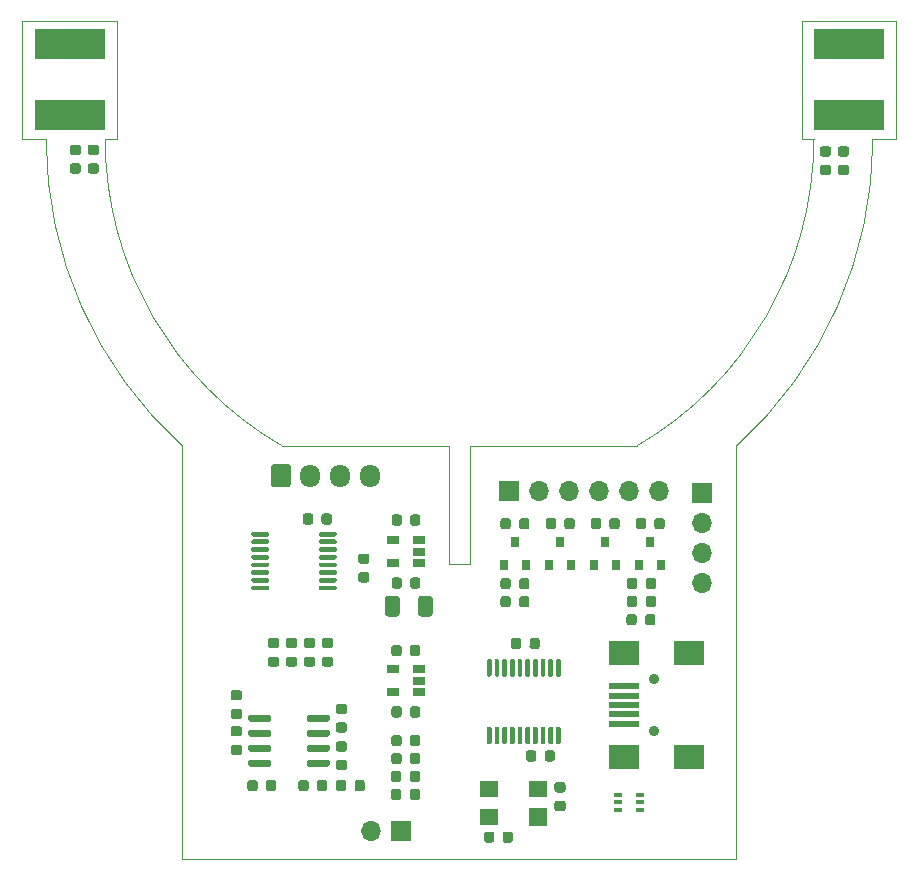
<source format=gbr>
%TF.GenerationSoftware,KiCad,Pcbnew,5.99.0-unknown-5405c09~101~ubuntu18.04.1*%
%TF.CreationDate,2020-04-21T19:36:23+03:00*%
%TF.ProjectId,Ultrasonic Flow Sensor,556c7472-6173-46f6-9e69-6320466c6f77,rev?*%
%TF.SameCoordinates,Original*%
%TF.FileFunction,Soldermask,Top*%
%TF.FilePolarity,Negative*%
%FSLAX46Y46*%
G04 Gerber Fmt 4.6, Leading zero omitted, Abs format (unit mm)*
G04 Created by KiCad (PCBNEW 5.99.0-unknown-5405c09~101~ubuntu18.04.1) date 2020-04-21 19:36:23*
%MOMM*%
%LPD*%
G01*
G04 APERTURE LIST*
%TA.AperFunction,Profile*%
%ADD10C,0.100000*%
%TD*%
%ADD11R,1.700000X1.700000*%
%ADD12O,1.700000X1.700000*%
%ADD13R,0.800000X0.900000*%
%ADD14O,1.700000X1.950000*%
%ADD15R,2.500000X2.000000*%
%ADD16R,2.500000X0.500000*%
%ADD17C,0.900000*%
%ADD18R,1.524000X1.524000*%
%ADD19R,1.600000X1.400000*%
%ADD20R,6.000000X2.500000*%
%ADD21R,1.060000X0.650000*%
%ADD22R,0.650000X0.400000*%
G04 APERTURE END LIST*
D10*
X149136991Y-69280010D02*
X147136990Y-69280010D01*
X142136990Y-69280010D02*
G75*
G02*
X127136990Y-95260771I-29999999J0D01*
G01*
X141136991Y-69280010D02*
X141136991Y-59280010D01*
X88684912Y-95260772D02*
X88684912Y-130260772D01*
X83136991Y-59280010D02*
X83136991Y-69280010D01*
X142136990Y-69280010D02*
X141136991Y-69280010D01*
X75136991Y-69280010D02*
X75136991Y-59280010D01*
X77136991Y-69280010D02*
X75136991Y-69280010D01*
X88684912Y-95260772D02*
G75*
G02*
X77136991Y-69280010I23452079J25980762D01*
G01*
X111286991Y-95260772D02*
X111286991Y-105260772D01*
X111286991Y-95260772D02*
X97136991Y-95260772D01*
X112986991Y-95260772D02*
X127136990Y-95260771D01*
X112986991Y-105260772D02*
X112986991Y-95260772D01*
X88684912Y-130260772D02*
X135589070Y-130260772D01*
X149136991Y-59280010D02*
X149136991Y-69280010D01*
X111286991Y-105260772D02*
X112986991Y-105260772D01*
X141136991Y-59280010D02*
X149136991Y-59280010D01*
X97136991Y-95260772D02*
G75*
G02*
X82136991Y-69280010I15000000J25980762D01*
G01*
X83136991Y-69280010D02*
X82136991Y-69280010D01*
X135589070Y-130260772D02*
X135589069Y-95260771D01*
X147136990Y-69280010D02*
G75*
G02*
X135589069Y-95260771I-34999999J0D01*
G01*
X75136991Y-59280010D02*
X83136991Y-59280010D01*
X149136991Y-69280010D02*
X147136990Y-69280010D01*
X142136990Y-69280010D02*
G75*
G02*
X127136990Y-95260771I-29999999J0D01*
G01*
X141136991Y-69280010D02*
X141136991Y-59280010D01*
X88684912Y-95260772D02*
X88684912Y-130260772D01*
X83136991Y-59280010D02*
X83136991Y-69280010D01*
X142136990Y-69280010D02*
X141136991Y-69280010D01*
X75136991Y-69280010D02*
X75136991Y-59280010D01*
X77136991Y-69280010D02*
X75136991Y-69280010D01*
X88684912Y-95260772D02*
G75*
G02*
X77136991Y-69280010I23452079J25980762D01*
G01*
X111286991Y-95260772D02*
X111286991Y-105260772D01*
X111286991Y-95260772D02*
X97136991Y-95260772D01*
X112986991Y-95260772D02*
X127136990Y-95260771D01*
X112986991Y-105260772D02*
X112986991Y-95260772D01*
X88684912Y-130260772D02*
X135589070Y-130260772D01*
X149136991Y-59280010D02*
X149136991Y-69280010D01*
X111286991Y-105260772D02*
X112986991Y-105260772D01*
X141136991Y-59280010D02*
X149136991Y-59280010D01*
X97136991Y-95260772D02*
G75*
G02*
X82136991Y-69280010I15000000J25980762D01*
G01*
X83136991Y-69280010D02*
X82136991Y-69280010D01*
X135589070Y-130260772D02*
X135589069Y-95260771D01*
X147136990Y-69280010D02*
G75*
G02*
X135589069Y-95260771I-34999999J0D01*
G01*
X75136991Y-59280010D02*
X83136991Y-59280010D01*
%TO.C,U1*%
G36*
G01*
X94526490Y-102824657D02*
X94526490Y-102624657D01*
G75*
G02*
X94626490Y-102524657I100000J0D01*
G01*
X95901490Y-102524657D01*
G75*
G02*
X96001490Y-102624657I0J-100000D01*
G01*
X96001490Y-102824657D01*
G75*
G02*
X95901490Y-102924657I-100000J0D01*
G01*
X94626490Y-102924657D01*
G75*
G02*
X94526490Y-102824657I0J100000D01*
G01*
G37*
G36*
G01*
X94526490Y-103474657D02*
X94526490Y-103274657D01*
G75*
G02*
X94626490Y-103174657I100000J0D01*
G01*
X95901490Y-103174657D01*
G75*
G02*
X96001490Y-103274657I0J-100000D01*
G01*
X96001490Y-103474657D01*
G75*
G02*
X95901490Y-103574657I-100000J0D01*
G01*
X94626490Y-103574657D01*
G75*
G02*
X94526490Y-103474657I0J100000D01*
G01*
G37*
G36*
G01*
X94526490Y-104124657D02*
X94526490Y-103924657D01*
G75*
G02*
X94626490Y-103824657I100000J0D01*
G01*
X95901490Y-103824657D01*
G75*
G02*
X96001490Y-103924657I0J-100000D01*
G01*
X96001490Y-104124657D01*
G75*
G02*
X95901490Y-104224657I-100000J0D01*
G01*
X94626490Y-104224657D01*
G75*
G02*
X94526490Y-104124657I0J100000D01*
G01*
G37*
G36*
G01*
X94526490Y-104774657D02*
X94526490Y-104574657D01*
G75*
G02*
X94626490Y-104474657I100000J0D01*
G01*
X95901490Y-104474657D01*
G75*
G02*
X96001490Y-104574657I0J-100000D01*
G01*
X96001490Y-104774657D01*
G75*
G02*
X95901490Y-104874657I-100000J0D01*
G01*
X94626490Y-104874657D01*
G75*
G02*
X94526490Y-104774657I0J100000D01*
G01*
G37*
G36*
G01*
X94526490Y-105424657D02*
X94526490Y-105224657D01*
G75*
G02*
X94626490Y-105124657I100000J0D01*
G01*
X95901490Y-105124657D01*
G75*
G02*
X96001490Y-105224657I0J-100000D01*
G01*
X96001490Y-105424657D01*
G75*
G02*
X95901490Y-105524657I-100000J0D01*
G01*
X94626490Y-105524657D01*
G75*
G02*
X94526490Y-105424657I0J100000D01*
G01*
G37*
G36*
G01*
X94526490Y-106074657D02*
X94526490Y-105874657D01*
G75*
G02*
X94626490Y-105774657I100000J0D01*
G01*
X95901490Y-105774657D01*
G75*
G02*
X96001490Y-105874657I0J-100000D01*
G01*
X96001490Y-106074657D01*
G75*
G02*
X95901490Y-106174657I-100000J0D01*
G01*
X94626490Y-106174657D01*
G75*
G02*
X94526490Y-106074657I0J100000D01*
G01*
G37*
G36*
G01*
X94526490Y-106724657D02*
X94526490Y-106524657D01*
G75*
G02*
X94626490Y-106424657I100000J0D01*
G01*
X95901490Y-106424657D01*
G75*
G02*
X96001490Y-106524657I0J-100000D01*
G01*
X96001490Y-106724657D01*
G75*
G02*
X95901490Y-106824657I-100000J0D01*
G01*
X94626490Y-106824657D01*
G75*
G02*
X94526490Y-106724657I0J100000D01*
G01*
G37*
G36*
G01*
X94526490Y-107374657D02*
X94526490Y-107174657D01*
G75*
G02*
X94626490Y-107074657I100000J0D01*
G01*
X95901490Y-107074657D01*
G75*
G02*
X96001490Y-107174657I0J-100000D01*
G01*
X96001490Y-107374657D01*
G75*
G02*
X95901490Y-107474657I-100000J0D01*
G01*
X94626490Y-107474657D01*
G75*
G02*
X94526490Y-107374657I0J100000D01*
G01*
G37*
G36*
G01*
X100251490Y-107374657D02*
X100251490Y-107174657D01*
G75*
G02*
X100351490Y-107074657I100000J0D01*
G01*
X101626490Y-107074657D01*
G75*
G02*
X101726490Y-107174657I0J-100000D01*
G01*
X101726490Y-107374657D01*
G75*
G02*
X101626490Y-107474657I-100000J0D01*
G01*
X100351490Y-107474657D01*
G75*
G02*
X100251490Y-107374657I0J100000D01*
G01*
G37*
G36*
G01*
X100251490Y-106724657D02*
X100251490Y-106524657D01*
G75*
G02*
X100351490Y-106424657I100000J0D01*
G01*
X101626490Y-106424657D01*
G75*
G02*
X101726490Y-106524657I0J-100000D01*
G01*
X101726490Y-106724657D01*
G75*
G02*
X101626490Y-106824657I-100000J0D01*
G01*
X100351490Y-106824657D01*
G75*
G02*
X100251490Y-106724657I0J100000D01*
G01*
G37*
G36*
G01*
X100251490Y-106074657D02*
X100251490Y-105874657D01*
G75*
G02*
X100351490Y-105774657I100000J0D01*
G01*
X101626490Y-105774657D01*
G75*
G02*
X101726490Y-105874657I0J-100000D01*
G01*
X101726490Y-106074657D01*
G75*
G02*
X101626490Y-106174657I-100000J0D01*
G01*
X100351490Y-106174657D01*
G75*
G02*
X100251490Y-106074657I0J100000D01*
G01*
G37*
G36*
G01*
X100251490Y-105424657D02*
X100251490Y-105224657D01*
G75*
G02*
X100351490Y-105124657I100000J0D01*
G01*
X101626490Y-105124657D01*
G75*
G02*
X101726490Y-105224657I0J-100000D01*
G01*
X101726490Y-105424657D01*
G75*
G02*
X101626490Y-105524657I-100000J0D01*
G01*
X100351490Y-105524657D01*
G75*
G02*
X100251490Y-105424657I0J100000D01*
G01*
G37*
G36*
G01*
X100251490Y-104774657D02*
X100251490Y-104574657D01*
G75*
G02*
X100351490Y-104474657I100000J0D01*
G01*
X101626490Y-104474657D01*
G75*
G02*
X101726490Y-104574657I0J-100000D01*
G01*
X101726490Y-104774657D01*
G75*
G02*
X101626490Y-104874657I-100000J0D01*
G01*
X100351490Y-104874657D01*
G75*
G02*
X100251490Y-104774657I0J100000D01*
G01*
G37*
G36*
G01*
X100251490Y-104124657D02*
X100251490Y-103924657D01*
G75*
G02*
X100351490Y-103824657I100000J0D01*
G01*
X101626490Y-103824657D01*
G75*
G02*
X101726490Y-103924657I0J-100000D01*
G01*
X101726490Y-104124657D01*
G75*
G02*
X101626490Y-104224657I-100000J0D01*
G01*
X100351490Y-104224657D01*
G75*
G02*
X100251490Y-104124657I0J100000D01*
G01*
G37*
G36*
G01*
X100251490Y-103474657D02*
X100251490Y-103274657D01*
G75*
G02*
X100351490Y-103174657I100000J0D01*
G01*
X101626490Y-103174657D01*
G75*
G02*
X101726490Y-103274657I0J-100000D01*
G01*
X101726490Y-103474657D01*
G75*
G02*
X101626490Y-103574657I-100000J0D01*
G01*
X100351490Y-103574657D01*
G75*
G02*
X100251490Y-103474657I0J100000D01*
G01*
G37*
G36*
G01*
X100251490Y-102824657D02*
X100251490Y-102624657D01*
G75*
G02*
X100351490Y-102524657I100000J0D01*
G01*
X101626490Y-102524657D01*
G75*
G02*
X101726490Y-102624657I0J-100000D01*
G01*
X101726490Y-102824657D01*
G75*
G02*
X101626490Y-102924657I-100000J0D01*
G01*
X100351490Y-102924657D01*
G75*
G02*
X100251490Y-102824657I0J100000D01*
G01*
G37*
%TD*%
%TO.C,C8*%
G36*
G01*
X120387740Y-123723771D02*
X120900240Y-123723771D01*
G75*
G02*
X121118990Y-123942521I0J-218750D01*
G01*
X121118990Y-124380021D01*
G75*
G02*
X120900240Y-124598771I-218750J0D01*
G01*
X120387740Y-124598771D01*
G75*
G02*
X120168990Y-124380021I0J218750D01*
G01*
X120168990Y-123942521D01*
G75*
G02*
X120387740Y-123723771I218750J0D01*
G01*
G37*
G36*
G01*
X120387740Y-125298771D02*
X120900240Y-125298771D01*
G75*
G02*
X121118990Y-125517521I0J-218750D01*
G01*
X121118990Y-125955021D01*
G75*
G02*
X120900240Y-126173771I-218750J0D01*
G01*
X120387740Y-126173771D01*
G75*
G02*
X120168990Y-125955021I0J218750D01*
G01*
X120168990Y-125517521D01*
G75*
G02*
X120387740Y-125298771I218750J0D01*
G01*
G37*
%TD*%
%TO.C,R1*%
G36*
G01*
X96643240Y-113956271D02*
X96130740Y-113956271D01*
G75*
G02*
X95911990Y-113737521I0J218750D01*
G01*
X95911990Y-113300021D01*
G75*
G02*
X96130740Y-113081271I218750J0D01*
G01*
X96643240Y-113081271D01*
G75*
G02*
X96861990Y-113300021I0J-218750D01*
G01*
X96861990Y-113737521D01*
G75*
G02*
X96643240Y-113956271I-218750J0D01*
G01*
G37*
G36*
G01*
X96643240Y-112381271D02*
X96130740Y-112381271D01*
G75*
G02*
X95911990Y-112162521I0J218750D01*
G01*
X95911990Y-111725021D01*
G75*
G02*
X96130740Y-111506271I218750J0D01*
G01*
X96643240Y-111506271D01*
G75*
G02*
X96861990Y-111725021I0J-218750D01*
G01*
X96861990Y-112162521D01*
G75*
G02*
X96643240Y-112381271I-218750J0D01*
G01*
G37*
%TD*%
%TO.C,C16*%
G36*
G01*
X118939990Y-111721021D02*
X118939990Y-112233521D01*
G75*
G02*
X118721240Y-112452271I-218750J0D01*
G01*
X118283740Y-112452271D01*
G75*
G02*
X118064990Y-112233521I0J218750D01*
G01*
X118064990Y-111721021D01*
G75*
G02*
X118283740Y-111502271I218750J0D01*
G01*
X118721240Y-111502271D01*
G75*
G02*
X118939990Y-111721021I0J-218750D01*
G01*
G37*
G36*
G01*
X117364990Y-111721021D02*
X117364990Y-112233521D01*
G75*
G02*
X117146240Y-112452271I-218750J0D01*
G01*
X116708740Y-112452271D01*
G75*
G02*
X116489990Y-112233521I0J218750D01*
G01*
X116489990Y-111721021D01*
G75*
G02*
X116708740Y-111502271I218750J0D01*
G01*
X117146240Y-111502271D01*
G75*
G02*
X117364990Y-111721021I0J-218750D01*
G01*
G37*
%TD*%
%TO.C,C17*%
G36*
G01*
X106367990Y-118029407D02*
X106367990Y-117516907D01*
G75*
G02*
X106586740Y-117298157I218750J0D01*
G01*
X107024240Y-117298157D01*
G75*
G02*
X107242990Y-117516907I0J-218750D01*
G01*
X107242990Y-118029407D01*
G75*
G02*
X107024240Y-118248157I-218750J0D01*
G01*
X106586740Y-118248157D01*
G75*
G02*
X106367990Y-118029407I0J218750D01*
G01*
G37*
G36*
G01*
X107942990Y-118029407D02*
X107942990Y-117516907D01*
G75*
G02*
X108161740Y-117298157I218750J0D01*
G01*
X108599240Y-117298157D01*
G75*
G02*
X108817990Y-117516907I0J-218750D01*
G01*
X108817990Y-118029407D01*
G75*
G02*
X108599240Y-118248157I-218750J0D01*
G01*
X108161740Y-118248157D01*
G75*
G02*
X107942990Y-118029407I0J218750D01*
G01*
G37*
%TD*%
D11*
%TO.C,J1*%
X132708990Y-99260771D03*
D12*
X132708990Y-101800771D03*
X132708990Y-104340771D03*
X132708990Y-106880771D03*
%TD*%
D13*
%TO.C,Q3*%
X115909490Y-105370271D03*
X117809490Y-105370271D03*
X116859490Y-103370271D03*
%TD*%
%TO.C,R21*%
G36*
G01*
X119444490Y-102086521D02*
X119444490Y-101574021D01*
G75*
G02*
X119663240Y-101355271I218750J0D01*
G01*
X120100740Y-101355271D01*
G75*
G02*
X120319490Y-101574021I0J-218750D01*
G01*
X120319490Y-102086521D01*
G75*
G02*
X120100740Y-102305271I-218750J0D01*
G01*
X119663240Y-102305271D01*
G75*
G02*
X119444490Y-102086521I0J218750D01*
G01*
G37*
G36*
G01*
X121019490Y-102086521D02*
X121019490Y-101574021D01*
G75*
G02*
X121238240Y-101355271I218750J0D01*
G01*
X121675740Y-101355271D01*
G75*
G02*
X121894490Y-101574021I0J-218750D01*
G01*
X121894490Y-102086521D01*
G75*
G02*
X121675740Y-102305271I-218750J0D01*
G01*
X121238240Y-102305271D01*
G75*
G02*
X121019490Y-102086521I0J218750D01*
G01*
G37*
%TD*%
%TO.C,C1*%
G36*
G01*
X98167240Y-113956271D02*
X97654740Y-113956271D01*
G75*
G02*
X97435990Y-113737521I0J218750D01*
G01*
X97435990Y-113300021D01*
G75*
G02*
X97654740Y-113081271I218750J0D01*
G01*
X98167240Y-113081271D01*
G75*
G02*
X98385990Y-113300021I0J-218750D01*
G01*
X98385990Y-113737521D01*
G75*
G02*
X98167240Y-113956271I-218750J0D01*
G01*
G37*
G36*
G01*
X98167240Y-112381271D02*
X97654740Y-112381271D01*
G75*
G02*
X97435990Y-112162521I0J218750D01*
G01*
X97435990Y-111725021D01*
G75*
G02*
X97654740Y-111506271I218750J0D01*
G01*
X98167240Y-111506271D01*
G75*
G02*
X98385990Y-111725021I0J-218750D01*
G01*
X98385990Y-112162521D01*
G75*
G02*
X98167240Y-112381271I-218750J0D01*
G01*
G37*
%TD*%
%TO.C,C22*%
G36*
G01*
X106385490Y-107119907D02*
X106385490Y-106607407D01*
G75*
G02*
X106604240Y-106388657I218750J0D01*
G01*
X107041740Y-106388657D01*
G75*
G02*
X107260490Y-106607407I0J-218750D01*
G01*
X107260490Y-107119907D01*
G75*
G02*
X107041740Y-107338657I-218750J0D01*
G01*
X106604240Y-107338657D01*
G75*
G02*
X106385490Y-107119907I0J218750D01*
G01*
G37*
G36*
G01*
X107960490Y-107119907D02*
X107960490Y-106607407D01*
G75*
G02*
X108179240Y-106388657I218750J0D01*
G01*
X108616740Y-106388657D01*
G75*
G02*
X108835490Y-106607407I0J-218750D01*
G01*
X108835490Y-107119907D01*
G75*
G02*
X108616740Y-107338657I-218750J0D01*
G01*
X108179240Y-107338657D01*
G75*
G02*
X107960490Y-107119907I0J218750D01*
G01*
G37*
%TD*%
%TO.C,C9*%
G36*
G01*
X98874990Y-101699907D02*
X98874990Y-101187407D01*
G75*
G02*
X99093740Y-100968657I218750J0D01*
G01*
X99531240Y-100968657D01*
G75*
G02*
X99749990Y-101187407I0J-218750D01*
G01*
X99749990Y-101699907D01*
G75*
G02*
X99531240Y-101918657I-218750J0D01*
G01*
X99093740Y-101918657D01*
G75*
G02*
X98874990Y-101699907I0J218750D01*
G01*
G37*
G36*
G01*
X100449990Y-101699907D02*
X100449990Y-101187407D01*
G75*
G02*
X100668740Y-100968657I218750J0D01*
G01*
X101106240Y-100968657D01*
G75*
G02*
X101324990Y-101187407I0J-218750D01*
G01*
X101324990Y-101699907D01*
G75*
G02*
X101106240Y-101918657I-218750J0D01*
G01*
X100668740Y-101918657D01*
G75*
G02*
X100449990Y-101699907I0J218750D01*
G01*
G37*
%TD*%
%TO.C,U3*%
G36*
G01*
X114757240Y-120504271D02*
X114557240Y-120504271D01*
G75*
G02*
X114457240Y-120404271I0J100000D01*
G01*
X114457240Y-119129271D01*
G75*
G02*
X114557240Y-119029271I100000J0D01*
G01*
X114757240Y-119029271D01*
G75*
G02*
X114857240Y-119129271I0J-100000D01*
G01*
X114857240Y-120404271D01*
G75*
G02*
X114757240Y-120504271I-100000J0D01*
G01*
G37*
G36*
G01*
X115407240Y-120504271D02*
X115207240Y-120504271D01*
G75*
G02*
X115107240Y-120404271I0J100000D01*
G01*
X115107240Y-119129271D01*
G75*
G02*
X115207240Y-119029271I100000J0D01*
G01*
X115407240Y-119029271D01*
G75*
G02*
X115507240Y-119129271I0J-100000D01*
G01*
X115507240Y-120404271D01*
G75*
G02*
X115407240Y-120504271I-100000J0D01*
G01*
G37*
G36*
G01*
X116057240Y-120504271D02*
X115857240Y-120504271D01*
G75*
G02*
X115757240Y-120404271I0J100000D01*
G01*
X115757240Y-119129271D01*
G75*
G02*
X115857240Y-119029271I100000J0D01*
G01*
X116057240Y-119029271D01*
G75*
G02*
X116157240Y-119129271I0J-100000D01*
G01*
X116157240Y-120404271D01*
G75*
G02*
X116057240Y-120504271I-100000J0D01*
G01*
G37*
G36*
G01*
X116707240Y-120504271D02*
X116507240Y-120504271D01*
G75*
G02*
X116407240Y-120404271I0J100000D01*
G01*
X116407240Y-119129271D01*
G75*
G02*
X116507240Y-119029271I100000J0D01*
G01*
X116707240Y-119029271D01*
G75*
G02*
X116807240Y-119129271I0J-100000D01*
G01*
X116807240Y-120404271D01*
G75*
G02*
X116707240Y-120504271I-100000J0D01*
G01*
G37*
G36*
G01*
X117357240Y-120504271D02*
X117157240Y-120504271D01*
G75*
G02*
X117057240Y-120404271I0J100000D01*
G01*
X117057240Y-119129271D01*
G75*
G02*
X117157240Y-119029271I100000J0D01*
G01*
X117357240Y-119029271D01*
G75*
G02*
X117457240Y-119129271I0J-100000D01*
G01*
X117457240Y-120404271D01*
G75*
G02*
X117357240Y-120504271I-100000J0D01*
G01*
G37*
G36*
G01*
X118007240Y-120504271D02*
X117807240Y-120504271D01*
G75*
G02*
X117707240Y-120404271I0J100000D01*
G01*
X117707240Y-119129271D01*
G75*
G02*
X117807240Y-119029271I100000J0D01*
G01*
X118007240Y-119029271D01*
G75*
G02*
X118107240Y-119129271I0J-100000D01*
G01*
X118107240Y-120404271D01*
G75*
G02*
X118007240Y-120504271I-100000J0D01*
G01*
G37*
G36*
G01*
X118657240Y-120504271D02*
X118457240Y-120504271D01*
G75*
G02*
X118357240Y-120404271I0J100000D01*
G01*
X118357240Y-119129271D01*
G75*
G02*
X118457240Y-119029271I100000J0D01*
G01*
X118657240Y-119029271D01*
G75*
G02*
X118757240Y-119129271I0J-100000D01*
G01*
X118757240Y-120404271D01*
G75*
G02*
X118657240Y-120504271I-100000J0D01*
G01*
G37*
G36*
G01*
X119307240Y-120504271D02*
X119107240Y-120504271D01*
G75*
G02*
X119007240Y-120404271I0J100000D01*
G01*
X119007240Y-119129271D01*
G75*
G02*
X119107240Y-119029271I100000J0D01*
G01*
X119307240Y-119029271D01*
G75*
G02*
X119407240Y-119129271I0J-100000D01*
G01*
X119407240Y-120404271D01*
G75*
G02*
X119307240Y-120504271I-100000J0D01*
G01*
G37*
G36*
G01*
X119957240Y-120504271D02*
X119757240Y-120504271D01*
G75*
G02*
X119657240Y-120404271I0J100000D01*
G01*
X119657240Y-119129271D01*
G75*
G02*
X119757240Y-119029271I100000J0D01*
G01*
X119957240Y-119029271D01*
G75*
G02*
X120057240Y-119129271I0J-100000D01*
G01*
X120057240Y-120404271D01*
G75*
G02*
X119957240Y-120504271I-100000J0D01*
G01*
G37*
G36*
G01*
X120607240Y-120504271D02*
X120407240Y-120504271D01*
G75*
G02*
X120307240Y-120404271I0J100000D01*
G01*
X120307240Y-119129271D01*
G75*
G02*
X120407240Y-119029271I100000J0D01*
G01*
X120607240Y-119029271D01*
G75*
G02*
X120707240Y-119129271I0J-100000D01*
G01*
X120707240Y-120404271D01*
G75*
G02*
X120607240Y-120504271I-100000J0D01*
G01*
G37*
G36*
G01*
X120607240Y-114779271D02*
X120407240Y-114779271D01*
G75*
G02*
X120307240Y-114679271I0J100000D01*
G01*
X120307240Y-113404271D01*
G75*
G02*
X120407240Y-113304271I100000J0D01*
G01*
X120607240Y-113304271D01*
G75*
G02*
X120707240Y-113404271I0J-100000D01*
G01*
X120707240Y-114679271D01*
G75*
G02*
X120607240Y-114779271I-100000J0D01*
G01*
G37*
G36*
G01*
X119957240Y-114779271D02*
X119757240Y-114779271D01*
G75*
G02*
X119657240Y-114679271I0J100000D01*
G01*
X119657240Y-113404271D01*
G75*
G02*
X119757240Y-113304271I100000J0D01*
G01*
X119957240Y-113304271D01*
G75*
G02*
X120057240Y-113404271I0J-100000D01*
G01*
X120057240Y-114679271D01*
G75*
G02*
X119957240Y-114779271I-100000J0D01*
G01*
G37*
G36*
G01*
X119307240Y-114779271D02*
X119107240Y-114779271D01*
G75*
G02*
X119007240Y-114679271I0J100000D01*
G01*
X119007240Y-113404271D01*
G75*
G02*
X119107240Y-113304271I100000J0D01*
G01*
X119307240Y-113304271D01*
G75*
G02*
X119407240Y-113404271I0J-100000D01*
G01*
X119407240Y-114679271D01*
G75*
G02*
X119307240Y-114779271I-100000J0D01*
G01*
G37*
G36*
G01*
X118657240Y-114779271D02*
X118457240Y-114779271D01*
G75*
G02*
X118357240Y-114679271I0J100000D01*
G01*
X118357240Y-113404271D01*
G75*
G02*
X118457240Y-113304271I100000J0D01*
G01*
X118657240Y-113304271D01*
G75*
G02*
X118757240Y-113404271I0J-100000D01*
G01*
X118757240Y-114679271D01*
G75*
G02*
X118657240Y-114779271I-100000J0D01*
G01*
G37*
G36*
G01*
X118007240Y-114779271D02*
X117807240Y-114779271D01*
G75*
G02*
X117707240Y-114679271I0J100000D01*
G01*
X117707240Y-113404271D01*
G75*
G02*
X117807240Y-113304271I100000J0D01*
G01*
X118007240Y-113304271D01*
G75*
G02*
X118107240Y-113404271I0J-100000D01*
G01*
X118107240Y-114679271D01*
G75*
G02*
X118007240Y-114779271I-100000J0D01*
G01*
G37*
G36*
G01*
X117357240Y-114779271D02*
X117157240Y-114779271D01*
G75*
G02*
X117057240Y-114679271I0J100000D01*
G01*
X117057240Y-113404271D01*
G75*
G02*
X117157240Y-113304271I100000J0D01*
G01*
X117357240Y-113304271D01*
G75*
G02*
X117457240Y-113404271I0J-100000D01*
G01*
X117457240Y-114679271D01*
G75*
G02*
X117357240Y-114779271I-100000J0D01*
G01*
G37*
G36*
G01*
X116707240Y-114779271D02*
X116507240Y-114779271D01*
G75*
G02*
X116407240Y-114679271I0J100000D01*
G01*
X116407240Y-113404271D01*
G75*
G02*
X116507240Y-113304271I100000J0D01*
G01*
X116707240Y-113304271D01*
G75*
G02*
X116807240Y-113404271I0J-100000D01*
G01*
X116807240Y-114679271D01*
G75*
G02*
X116707240Y-114779271I-100000J0D01*
G01*
G37*
G36*
G01*
X116057240Y-114779271D02*
X115857240Y-114779271D01*
G75*
G02*
X115757240Y-114679271I0J100000D01*
G01*
X115757240Y-113404271D01*
G75*
G02*
X115857240Y-113304271I100000J0D01*
G01*
X116057240Y-113304271D01*
G75*
G02*
X116157240Y-113404271I0J-100000D01*
G01*
X116157240Y-114679271D01*
G75*
G02*
X116057240Y-114779271I-100000J0D01*
G01*
G37*
G36*
G01*
X115407240Y-114779271D02*
X115207240Y-114779271D01*
G75*
G02*
X115107240Y-114679271I0J100000D01*
G01*
X115107240Y-113404271D01*
G75*
G02*
X115207240Y-113304271I100000J0D01*
G01*
X115407240Y-113304271D01*
G75*
G02*
X115507240Y-113404271I0J-100000D01*
G01*
X115507240Y-114679271D01*
G75*
G02*
X115407240Y-114779271I-100000J0D01*
G01*
G37*
G36*
G01*
X114757240Y-114779271D02*
X114557240Y-114779271D01*
G75*
G02*
X114457240Y-114679271I0J100000D01*
G01*
X114457240Y-113404271D01*
G75*
G02*
X114557240Y-113304271I100000J0D01*
G01*
X114757240Y-113304271D01*
G75*
G02*
X114857240Y-113404271I0J-100000D01*
G01*
X114857240Y-114679271D01*
G75*
G02*
X114757240Y-114779271I-100000J0D01*
G01*
G37*
%TD*%
%TO.C,J6*%
G36*
G01*
X96171990Y-98495771D02*
X96171990Y-97045771D01*
G75*
G02*
X96421990Y-96795771I250000J0D01*
G01*
X97621990Y-96795771D01*
G75*
G02*
X97871990Y-97045771I0J-250000D01*
G01*
X97871990Y-98495771D01*
G75*
G02*
X97621990Y-98745771I-250000J0D01*
G01*
X96421990Y-98745771D01*
G75*
G02*
X96171990Y-98495771I0J250000D01*
G01*
G37*
D14*
X99521990Y-97770771D03*
X102021990Y-97770771D03*
X104521990Y-97770771D03*
%TD*%
%TO.C,R20*%
G36*
G01*
X115608990Y-102086521D02*
X115608990Y-101574021D01*
G75*
G02*
X115827740Y-101355271I218750J0D01*
G01*
X116265240Y-101355271D01*
G75*
G02*
X116483990Y-101574021I0J-218750D01*
G01*
X116483990Y-102086521D01*
G75*
G02*
X116265240Y-102305271I-218750J0D01*
G01*
X115827740Y-102305271D01*
G75*
G02*
X115608990Y-102086521I0J218750D01*
G01*
G37*
G36*
G01*
X117183990Y-102086521D02*
X117183990Y-101574021D01*
G75*
G02*
X117402740Y-101355271I218750J0D01*
G01*
X117840240Y-101355271D01*
G75*
G02*
X118058990Y-101574021I0J-218750D01*
G01*
X118058990Y-102086521D01*
G75*
G02*
X117840240Y-102305271I-218750J0D01*
G01*
X117402740Y-102305271D01*
G75*
G02*
X117183990Y-102086521I0J218750D01*
G01*
G37*
%TD*%
D15*
%TO.C,J2*%
X131536990Y-121584271D03*
X131536990Y-112784271D03*
X126036990Y-121584271D03*
X126036990Y-112784271D03*
D16*
X126036990Y-118784271D03*
X126036990Y-117984271D03*
X126036990Y-117184271D03*
X126036990Y-116384271D03*
X126036990Y-115584271D03*
D17*
X128636990Y-119384271D03*
X128636990Y-114984271D03*
%TD*%
D18*
%TO.C,Y1*%
X118806990Y-126656771D03*
D19*
X118806990Y-124256771D03*
X114606990Y-124256771D03*
X114606990Y-126656771D03*
%TD*%
%TO.C,C18*%
G36*
G01*
X106385490Y-101785907D02*
X106385490Y-101273407D01*
G75*
G02*
X106604240Y-101054657I218750J0D01*
G01*
X107041740Y-101054657D01*
G75*
G02*
X107260490Y-101273407I0J-218750D01*
G01*
X107260490Y-101785907D01*
G75*
G02*
X107041740Y-102004657I-218750J0D01*
G01*
X106604240Y-102004657D01*
G75*
G02*
X106385490Y-101785907I0J218750D01*
G01*
G37*
G36*
G01*
X107960490Y-101785907D02*
X107960490Y-101273407D01*
G75*
G02*
X108179240Y-101054657I218750J0D01*
G01*
X108616740Y-101054657D01*
G75*
G02*
X108835490Y-101273407I0J-218750D01*
G01*
X108835490Y-101785907D01*
G75*
G02*
X108616740Y-102004657I-218750J0D01*
G01*
X108179240Y-102004657D01*
G75*
G02*
X107960490Y-101785907I0J218750D01*
G01*
G37*
%TD*%
%TO.C,R14*%
G36*
G01*
X104293240Y-106818657D02*
X103780740Y-106818657D01*
G75*
G02*
X103561990Y-106599907I0J218750D01*
G01*
X103561990Y-106162407D01*
G75*
G02*
X103780740Y-105943657I218750J0D01*
G01*
X104293240Y-105943657D01*
G75*
G02*
X104511990Y-106162407I0J-218750D01*
G01*
X104511990Y-106599907D01*
G75*
G02*
X104293240Y-106818657I-218750J0D01*
G01*
G37*
G36*
G01*
X104293240Y-105243657D02*
X103780740Y-105243657D01*
G75*
G02*
X103561990Y-105024907I0J218750D01*
G01*
X103561990Y-104587407D01*
G75*
G02*
X103780740Y-104368657I218750J0D01*
G01*
X104293240Y-104368657D01*
G75*
G02*
X104511990Y-104587407I0J-218750D01*
G01*
X104511990Y-105024907D01*
G75*
G02*
X104293240Y-105243657I-218750J0D01*
G01*
G37*
%TD*%
%TO.C,R6*%
G36*
G01*
X101883990Y-117081157D02*
X102396490Y-117081157D01*
G75*
G02*
X102615240Y-117299907I0J-218750D01*
G01*
X102615240Y-117737407D01*
G75*
G02*
X102396490Y-117956157I-218750J0D01*
G01*
X101883990Y-117956157D01*
G75*
G02*
X101665240Y-117737407I0J218750D01*
G01*
X101665240Y-117299907D01*
G75*
G02*
X101883990Y-117081157I218750J0D01*
G01*
G37*
G36*
G01*
X101883990Y-118656157D02*
X102396490Y-118656157D01*
G75*
G02*
X102615240Y-118874907I0J-218750D01*
G01*
X102615240Y-119312407D01*
G75*
G02*
X102396490Y-119531157I-218750J0D01*
G01*
X101883990Y-119531157D01*
G75*
G02*
X101665240Y-119312407I0J218750D01*
G01*
X101665240Y-118874907D01*
G75*
G02*
X101883990Y-118656157I218750J0D01*
G01*
G37*
%TD*%
%TO.C,R19*%
G36*
G01*
X115608990Y-107166521D02*
X115608990Y-106654021D01*
G75*
G02*
X115827740Y-106435271I218750J0D01*
G01*
X116265240Y-106435271D01*
G75*
G02*
X116483990Y-106654021I0J-218750D01*
G01*
X116483990Y-107166521D01*
G75*
G02*
X116265240Y-107385271I-218750J0D01*
G01*
X115827740Y-107385271D01*
G75*
G02*
X115608990Y-107166521I0J218750D01*
G01*
G37*
G36*
G01*
X117183990Y-107166521D02*
X117183990Y-106654021D01*
G75*
G02*
X117402740Y-106435271I218750J0D01*
G01*
X117840240Y-106435271D01*
G75*
G02*
X118058990Y-106654021I0J-218750D01*
G01*
X118058990Y-107166521D01*
G75*
G02*
X117840240Y-107385271I-218750J0D01*
G01*
X117402740Y-107385271D01*
G75*
G02*
X117183990Y-107166521I0J218750D01*
G01*
G37*
%TD*%
%TO.C,C4*%
G36*
G01*
X144390740Y-69875771D02*
X144903240Y-69875771D01*
G75*
G02*
X145121990Y-70094521I0J-218750D01*
G01*
X145121990Y-70532021D01*
G75*
G02*
X144903240Y-70750771I-218750J0D01*
G01*
X144390740Y-70750771D01*
G75*
G02*
X144171990Y-70532021I0J218750D01*
G01*
X144171990Y-70094521D01*
G75*
G02*
X144390740Y-69875771I218750J0D01*
G01*
G37*
G36*
G01*
X144390740Y-71450771D02*
X144903240Y-71450771D01*
G75*
G02*
X145121990Y-71669521I0J-218750D01*
G01*
X145121990Y-72107021D01*
G75*
G02*
X144903240Y-72325771I-218750J0D01*
G01*
X144390740Y-72325771D01*
G75*
G02*
X144171990Y-72107021I0J218750D01*
G01*
X144171990Y-71669521D01*
G75*
G02*
X144390740Y-71450771I218750J0D01*
G01*
G37*
%TD*%
D13*
%TO.C,Q4*%
X123529490Y-105370271D03*
X125429490Y-105370271D03*
X124479490Y-103370271D03*
%TD*%
%TO.C,C3*%
G36*
G01*
X96634240Y-123752407D02*
X96634240Y-124264907D01*
G75*
G02*
X96415490Y-124483657I-218750J0D01*
G01*
X95977990Y-124483657D01*
G75*
G02*
X95759240Y-124264907I0J218750D01*
G01*
X95759240Y-123752407D01*
G75*
G02*
X95977990Y-123533657I218750J0D01*
G01*
X96415490Y-123533657D01*
G75*
G02*
X96634240Y-123752407I0J-218750D01*
G01*
G37*
G36*
G01*
X95059240Y-123752407D02*
X95059240Y-124264907D01*
G75*
G02*
X94840490Y-124483657I-218750J0D01*
G01*
X94402990Y-124483657D01*
G75*
G02*
X94184240Y-124264907I0J218750D01*
G01*
X94184240Y-123752407D01*
G75*
G02*
X94402990Y-123533657I218750J0D01*
G01*
X94840490Y-123533657D01*
G75*
G02*
X95059240Y-123752407I0J-218750D01*
G01*
G37*
%TD*%
%TO.C,R4*%
G36*
G01*
X80880740Y-69748771D02*
X81393240Y-69748771D01*
G75*
G02*
X81611990Y-69967521I0J-218750D01*
G01*
X81611990Y-70405021D01*
G75*
G02*
X81393240Y-70623771I-218750J0D01*
G01*
X80880740Y-70623771D01*
G75*
G02*
X80661990Y-70405021I0J218750D01*
G01*
X80661990Y-69967521D01*
G75*
G02*
X80880740Y-69748771I218750J0D01*
G01*
G37*
G36*
G01*
X80880740Y-71323771D02*
X81393240Y-71323771D01*
G75*
G02*
X81611990Y-71542521I0J-218750D01*
G01*
X81611990Y-71980021D01*
G75*
G02*
X81393240Y-72198771I-218750J0D01*
G01*
X80880740Y-72198771D01*
G75*
G02*
X80661990Y-71980021I0J218750D01*
G01*
X80661990Y-71542521D01*
G75*
G02*
X80880740Y-71323771I218750J0D01*
G01*
G37*
%TD*%
D20*
%TO.C,LS1*%
X79136990Y-61260771D03*
X79136990Y-67260771D03*
%TD*%
%TO.C,C14*%
G36*
G01*
X105821990Y-109444771D02*
X105821990Y-108194771D01*
G75*
G02*
X106071990Y-107944771I250000J0D01*
G01*
X106821990Y-107944771D01*
G75*
G02*
X107071990Y-108194771I0J-250000D01*
G01*
X107071990Y-109444771D01*
G75*
G02*
X106821990Y-109694771I-250000J0D01*
G01*
X106071990Y-109694771D01*
G75*
G02*
X105821990Y-109444771I0J250000D01*
G01*
G37*
G36*
G01*
X108621990Y-109444771D02*
X108621990Y-108194771D01*
G75*
G02*
X108871990Y-107944771I250000J0D01*
G01*
X109621990Y-107944771D01*
G75*
G02*
X109871990Y-108194771I0J-250000D01*
G01*
X109871990Y-109444771D01*
G75*
G02*
X109621990Y-109694771I-250000J0D01*
G01*
X108871990Y-109694771D01*
G75*
G02*
X108621990Y-109444771I0J250000D01*
G01*
G37*
%TD*%
D21*
%TO.C,U5*%
X108692990Y-116068657D03*
X108692990Y-115118657D03*
X108692990Y-114168657D03*
X106492990Y-114168657D03*
X106492990Y-116068657D03*
%TD*%
%TO.C,C10*%
G36*
G01*
X114211990Y-128634021D02*
X114211990Y-128121521D01*
G75*
G02*
X114430740Y-127902771I218750J0D01*
G01*
X114868240Y-127902771D01*
G75*
G02*
X115086990Y-128121521I0J-218750D01*
G01*
X115086990Y-128634021D01*
G75*
G02*
X114868240Y-128852771I-218750J0D01*
G01*
X114430740Y-128852771D01*
G75*
G02*
X114211990Y-128634021I0J218750D01*
G01*
G37*
G36*
G01*
X115786990Y-128634021D02*
X115786990Y-128121521D01*
G75*
G02*
X116005740Y-127902771I218750J0D01*
G01*
X116443240Y-127902771D01*
G75*
G02*
X116661990Y-128121521I0J-218750D01*
G01*
X116661990Y-128634021D01*
G75*
G02*
X116443240Y-128852771I-218750J0D01*
G01*
X116005740Y-128852771D01*
G75*
G02*
X115786990Y-128634021I0J218750D01*
G01*
G37*
%TD*%
%TO.C,R7*%
G36*
G01*
X142866740Y-69875771D02*
X143379240Y-69875771D01*
G75*
G02*
X143597990Y-70094521I0J-218750D01*
G01*
X143597990Y-70532021D01*
G75*
G02*
X143379240Y-70750771I-218750J0D01*
G01*
X142866740Y-70750771D01*
G75*
G02*
X142647990Y-70532021I0J218750D01*
G01*
X142647990Y-70094521D01*
G75*
G02*
X142866740Y-69875771I218750J0D01*
G01*
G37*
G36*
G01*
X142866740Y-71450771D02*
X143379240Y-71450771D01*
G75*
G02*
X143597990Y-71669521I0J-218750D01*
G01*
X143597990Y-72107021D01*
G75*
G02*
X143379240Y-72325771I-218750J0D01*
G01*
X142866740Y-72325771D01*
G75*
G02*
X142647990Y-72107021I0J218750D01*
G01*
X142647990Y-71669521D01*
G75*
G02*
X142866740Y-71450771I218750J0D01*
G01*
G37*
%TD*%
%TO.C,C13*%
G36*
G01*
X108817990Y-119942407D02*
X108817990Y-120454907D01*
G75*
G02*
X108599240Y-120673657I-218750J0D01*
G01*
X108161740Y-120673657D01*
G75*
G02*
X107942990Y-120454907I0J218750D01*
G01*
X107942990Y-119942407D01*
G75*
G02*
X108161740Y-119723657I218750J0D01*
G01*
X108599240Y-119723657D01*
G75*
G02*
X108817990Y-119942407I0J-218750D01*
G01*
G37*
G36*
G01*
X107242990Y-119942407D02*
X107242990Y-120454907D01*
G75*
G02*
X107024240Y-120673657I-218750J0D01*
G01*
X106586740Y-120673657D01*
G75*
G02*
X106367990Y-120454907I0J218750D01*
G01*
X106367990Y-119942407D01*
G75*
G02*
X106586740Y-119723657I218750J0D01*
G01*
X107024240Y-119723657D01*
G75*
G02*
X107242990Y-119942407I0J-218750D01*
G01*
G37*
%TD*%
%TO.C,R10*%
G36*
G01*
X101883990Y-120256157D02*
X102396490Y-120256157D01*
G75*
G02*
X102615240Y-120474907I0J-218750D01*
G01*
X102615240Y-120912407D01*
G75*
G02*
X102396490Y-121131157I-218750J0D01*
G01*
X101883990Y-121131157D01*
G75*
G02*
X101665240Y-120912407I0J218750D01*
G01*
X101665240Y-120474907D01*
G75*
G02*
X101883990Y-120256157I218750J0D01*
G01*
G37*
G36*
G01*
X101883990Y-121831157D02*
X102396490Y-121831157D01*
G75*
G02*
X102615240Y-122049907I0J-218750D01*
G01*
X102615240Y-122487407D01*
G75*
G02*
X102396490Y-122706157I-218750J0D01*
G01*
X101883990Y-122706157D01*
G75*
G02*
X101665240Y-122487407I0J218750D01*
G01*
X101665240Y-122049907D01*
G75*
G02*
X101883990Y-121831157I218750J0D01*
G01*
G37*
%TD*%
%TO.C,R15*%
G36*
G01*
X128726990Y-109706521D02*
X128726990Y-110219021D01*
G75*
G02*
X128508240Y-110437771I-218750J0D01*
G01*
X128070740Y-110437771D01*
G75*
G02*
X127851990Y-110219021I0J218750D01*
G01*
X127851990Y-109706521D01*
G75*
G02*
X128070740Y-109487771I218750J0D01*
G01*
X128508240Y-109487771D01*
G75*
G02*
X128726990Y-109706521I0J-218750D01*
G01*
G37*
G36*
G01*
X127151990Y-109706521D02*
X127151990Y-110219021D01*
G75*
G02*
X126933240Y-110437771I-218750J0D01*
G01*
X126495740Y-110437771D01*
G75*
G02*
X126276990Y-110219021I0J218750D01*
G01*
X126276990Y-109706521D01*
G75*
G02*
X126495740Y-109487771I218750J0D01*
G01*
X126933240Y-109487771D01*
G75*
G02*
X127151990Y-109706521I0J-218750D01*
G01*
G37*
%TD*%
D13*
%TO.C,Q1*%
X119719490Y-105370271D03*
X121619490Y-105370271D03*
X120669490Y-103370271D03*
%TD*%
%TO.C,U2*%
G36*
G01*
X101145240Y-121966157D02*
X101145240Y-122266157D01*
G75*
G02*
X100995240Y-122416157I-150000J0D01*
G01*
X99345240Y-122416157D01*
G75*
G02*
X99195240Y-122266157I0J150000D01*
G01*
X99195240Y-121966157D01*
G75*
G02*
X99345240Y-121816157I150000J0D01*
G01*
X100995240Y-121816157D01*
G75*
G02*
X101145240Y-121966157I0J-150000D01*
G01*
G37*
G36*
G01*
X101145240Y-120696157D02*
X101145240Y-120996157D01*
G75*
G02*
X100995240Y-121146157I-150000J0D01*
G01*
X99345240Y-121146157D01*
G75*
G02*
X99195240Y-120996157I0J150000D01*
G01*
X99195240Y-120696157D01*
G75*
G02*
X99345240Y-120546157I150000J0D01*
G01*
X100995240Y-120546157D01*
G75*
G02*
X101145240Y-120696157I0J-150000D01*
G01*
G37*
G36*
G01*
X101145240Y-119426157D02*
X101145240Y-119726157D01*
G75*
G02*
X100995240Y-119876157I-150000J0D01*
G01*
X99345240Y-119876157D01*
G75*
G02*
X99195240Y-119726157I0J150000D01*
G01*
X99195240Y-119426157D01*
G75*
G02*
X99345240Y-119276157I150000J0D01*
G01*
X100995240Y-119276157D01*
G75*
G02*
X101145240Y-119426157I0J-150000D01*
G01*
G37*
G36*
G01*
X101145240Y-118156157D02*
X101145240Y-118456157D01*
G75*
G02*
X100995240Y-118606157I-150000J0D01*
G01*
X99345240Y-118606157D01*
G75*
G02*
X99195240Y-118456157I0J150000D01*
G01*
X99195240Y-118156157D01*
G75*
G02*
X99345240Y-118006157I150000J0D01*
G01*
X100995240Y-118006157D01*
G75*
G02*
X101145240Y-118156157I0J-150000D01*
G01*
G37*
G36*
G01*
X96195240Y-118156157D02*
X96195240Y-118456157D01*
G75*
G02*
X96045240Y-118606157I-150000J0D01*
G01*
X94395240Y-118606157D01*
G75*
G02*
X94245240Y-118456157I0J150000D01*
G01*
X94245240Y-118156157D01*
G75*
G02*
X94395240Y-118006157I150000J0D01*
G01*
X96045240Y-118006157D01*
G75*
G02*
X96195240Y-118156157I0J-150000D01*
G01*
G37*
G36*
G01*
X96195240Y-119426157D02*
X96195240Y-119726157D01*
G75*
G02*
X96045240Y-119876157I-150000J0D01*
G01*
X94395240Y-119876157D01*
G75*
G02*
X94245240Y-119726157I0J150000D01*
G01*
X94245240Y-119426157D01*
G75*
G02*
X94395240Y-119276157I150000J0D01*
G01*
X96045240Y-119276157D01*
G75*
G02*
X96195240Y-119426157I0J-150000D01*
G01*
G37*
G36*
G01*
X96195240Y-120696157D02*
X96195240Y-120996157D01*
G75*
G02*
X96045240Y-121146157I-150000J0D01*
G01*
X94395240Y-121146157D01*
G75*
G02*
X94245240Y-120996157I0J150000D01*
G01*
X94245240Y-120696157D01*
G75*
G02*
X94395240Y-120546157I150000J0D01*
G01*
X96045240Y-120546157D01*
G75*
G02*
X96195240Y-120696157I0J-150000D01*
G01*
G37*
G36*
G01*
X96195240Y-121966157D02*
X96195240Y-122266157D01*
G75*
G02*
X96045240Y-122416157I-150000J0D01*
G01*
X94395240Y-122416157D01*
G75*
G02*
X94245240Y-122266157I0J150000D01*
G01*
X94245240Y-121966157D01*
G75*
G02*
X94395240Y-121816157I150000J0D01*
G01*
X96045240Y-121816157D01*
G75*
G02*
X96195240Y-121966157I0J-150000D01*
G01*
G37*
%TD*%
%TO.C,Q2*%
X127339490Y-105370271D03*
X129239490Y-105370271D03*
X128289490Y-103370271D03*
%TD*%
%TO.C,C11*%
G36*
G01*
X108817990Y-121466407D02*
X108817990Y-121978907D01*
G75*
G02*
X108599240Y-122197657I-218750J0D01*
G01*
X108161740Y-122197657D01*
G75*
G02*
X107942990Y-121978907I0J218750D01*
G01*
X107942990Y-121466407D01*
G75*
G02*
X108161740Y-121247657I218750J0D01*
G01*
X108599240Y-121247657D01*
G75*
G02*
X108817990Y-121466407I0J-218750D01*
G01*
G37*
G36*
G01*
X107242990Y-121466407D02*
X107242990Y-121978907D01*
G75*
G02*
X107024240Y-122197657I-218750J0D01*
G01*
X106586740Y-122197657D01*
G75*
G02*
X106367990Y-121978907I0J218750D01*
G01*
X106367990Y-121466407D01*
G75*
G02*
X106586740Y-121247657I218750J0D01*
G01*
X107024240Y-121247657D01*
G75*
G02*
X107242990Y-121466407I0J-218750D01*
G01*
G37*
%TD*%
%TO.C,C2*%
G36*
G01*
X79366740Y-69748771D02*
X79879240Y-69748771D01*
G75*
G02*
X80097990Y-69967521I0J-218750D01*
G01*
X80097990Y-70405021D01*
G75*
G02*
X79879240Y-70623771I-218750J0D01*
G01*
X79366740Y-70623771D01*
G75*
G02*
X79147990Y-70405021I0J218750D01*
G01*
X79147990Y-69967521D01*
G75*
G02*
X79366740Y-69748771I218750J0D01*
G01*
G37*
G36*
G01*
X79366740Y-71323771D02*
X79879240Y-71323771D01*
G75*
G02*
X80097990Y-71542521I0J-218750D01*
G01*
X80097990Y-71980021D01*
G75*
G02*
X79879240Y-72198771I-218750J0D01*
G01*
X79366740Y-72198771D01*
G75*
G02*
X79147990Y-71980021I0J218750D01*
G01*
X79147990Y-71542521D01*
G75*
G02*
X79366740Y-71323771I218750J0D01*
G01*
G37*
%TD*%
D11*
%TO.C,J3*%
X116325990Y-99109521D03*
D12*
X118865990Y-99109521D03*
X121405990Y-99109521D03*
X123945990Y-99109521D03*
X126485990Y-99109521D03*
X129025990Y-99109521D03*
%TD*%
%TO.C,R3*%
G36*
G01*
X106342490Y-125026907D02*
X106342490Y-124514407D01*
G75*
G02*
X106561240Y-124295657I218750J0D01*
G01*
X106998740Y-124295657D01*
G75*
G02*
X107217490Y-124514407I0J-218750D01*
G01*
X107217490Y-125026907D01*
G75*
G02*
X106998740Y-125245657I-218750J0D01*
G01*
X106561240Y-125245657D01*
G75*
G02*
X106342490Y-125026907I0J218750D01*
G01*
G37*
G36*
G01*
X107917490Y-125026907D02*
X107917490Y-124514407D01*
G75*
G02*
X108136240Y-124295657I218750J0D01*
G01*
X108573740Y-124295657D01*
G75*
G02*
X108792490Y-124514407I0J-218750D01*
G01*
X108792490Y-125026907D01*
G75*
G02*
X108573740Y-125245657I-218750J0D01*
G01*
X108136240Y-125245657D01*
G75*
G02*
X107917490Y-125026907I0J218750D01*
G01*
G37*
%TD*%
%TO.C,C20*%
G36*
G01*
X106367990Y-112834907D02*
X106367990Y-112322407D01*
G75*
G02*
X106586740Y-112103657I218750J0D01*
G01*
X107024240Y-112103657D01*
G75*
G02*
X107242990Y-112322407I0J-218750D01*
G01*
X107242990Y-112834907D01*
G75*
G02*
X107024240Y-113053657I-218750J0D01*
G01*
X106586740Y-113053657D01*
G75*
G02*
X106367990Y-112834907I0J218750D01*
G01*
G37*
G36*
G01*
X107942990Y-112834907D02*
X107942990Y-112322407D01*
G75*
G02*
X108161740Y-112103657I218750J0D01*
G01*
X108599240Y-112103657D01*
G75*
G02*
X108817990Y-112322407I0J-218750D01*
G01*
X108817990Y-112834907D01*
G75*
G02*
X108599240Y-113053657I-218750J0D01*
G01*
X108161740Y-113053657D01*
G75*
G02*
X107942990Y-112834907I0J218750D01*
G01*
G37*
%TD*%
%TO.C,R12*%
G36*
G01*
X101677240Y-124264907D02*
X101677240Y-123752407D01*
G75*
G02*
X101895990Y-123533657I218750J0D01*
G01*
X102333490Y-123533657D01*
G75*
G02*
X102552240Y-123752407I0J-218750D01*
G01*
X102552240Y-124264907D01*
G75*
G02*
X102333490Y-124483657I-218750J0D01*
G01*
X101895990Y-124483657D01*
G75*
G02*
X101677240Y-124264907I0J218750D01*
G01*
G37*
G36*
G01*
X103252240Y-124264907D02*
X103252240Y-123752407D01*
G75*
G02*
X103470990Y-123533657I218750J0D01*
G01*
X103908490Y-123533657D01*
G75*
G02*
X104127240Y-123752407I0J-218750D01*
G01*
X104127240Y-124264907D01*
G75*
G02*
X103908490Y-124483657I-218750J0D01*
G01*
X103470990Y-124483657D01*
G75*
G02*
X103252240Y-124264907I0J218750D01*
G01*
G37*
%TD*%
%TO.C,R2*%
G36*
G01*
X99691240Y-113956271D02*
X99178740Y-113956271D01*
G75*
G02*
X98959990Y-113737521I0J218750D01*
G01*
X98959990Y-113300021D01*
G75*
G02*
X99178740Y-113081271I218750J0D01*
G01*
X99691240Y-113081271D01*
G75*
G02*
X99909990Y-113300021I0J-218750D01*
G01*
X99909990Y-113737521D01*
G75*
G02*
X99691240Y-113956271I-218750J0D01*
G01*
G37*
G36*
G01*
X99691240Y-112381271D02*
X99178740Y-112381271D01*
G75*
G02*
X98959990Y-112162521I0J218750D01*
G01*
X98959990Y-111725021D01*
G75*
G02*
X99178740Y-111506271I218750J0D01*
G01*
X99691240Y-111506271D01*
G75*
G02*
X99909990Y-111725021I0J-218750D01*
G01*
X99909990Y-112162521D01*
G75*
G02*
X99691240Y-112381271I-218750J0D01*
G01*
G37*
%TD*%
%TO.C,R13*%
G36*
G01*
X98502240Y-124264907D02*
X98502240Y-123752407D01*
G75*
G02*
X98720990Y-123533657I218750J0D01*
G01*
X99158490Y-123533657D01*
G75*
G02*
X99377240Y-123752407I0J-218750D01*
G01*
X99377240Y-124264907D01*
G75*
G02*
X99158490Y-124483657I-218750J0D01*
G01*
X98720990Y-124483657D01*
G75*
G02*
X98502240Y-124264907I0J218750D01*
G01*
G37*
G36*
G01*
X100077240Y-124264907D02*
X100077240Y-123752407D01*
G75*
G02*
X100295990Y-123533657I218750J0D01*
G01*
X100733490Y-123533657D01*
G75*
G02*
X100952240Y-123752407I0J-218750D01*
G01*
X100952240Y-124264907D01*
G75*
G02*
X100733490Y-124483657I-218750J0D01*
G01*
X100295990Y-124483657D01*
G75*
G02*
X100077240Y-124264907I0J218750D01*
G01*
G37*
%TD*%
D11*
%TO.C,J4*%
X107211990Y-127818657D03*
D12*
X104671990Y-127818657D03*
%TD*%
%TO.C,R17*%
G36*
G01*
X128773490Y-108162021D02*
X128773490Y-108674521D01*
G75*
G02*
X128554740Y-108893271I-218750J0D01*
G01*
X128117240Y-108893271D01*
G75*
G02*
X127898490Y-108674521I0J218750D01*
G01*
X127898490Y-108162021D01*
G75*
G02*
X128117240Y-107943271I218750J0D01*
G01*
X128554740Y-107943271D01*
G75*
G02*
X128773490Y-108162021I0J-218750D01*
G01*
G37*
G36*
G01*
X127198490Y-108162021D02*
X127198490Y-108674521D01*
G75*
G02*
X126979740Y-108893271I-218750J0D01*
G01*
X126542240Y-108893271D01*
G75*
G02*
X126323490Y-108674521I0J218750D01*
G01*
X126323490Y-108162021D01*
G75*
G02*
X126542240Y-107943271I218750J0D01*
G01*
X126979740Y-107943271D01*
G75*
G02*
X127198490Y-108162021I0J-218750D01*
G01*
G37*
%TD*%
%TO.C,R22*%
G36*
G01*
X123254490Y-102086521D02*
X123254490Y-101574021D01*
G75*
G02*
X123473240Y-101355271I218750J0D01*
G01*
X123910740Y-101355271D01*
G75*
G02*
X124129490Y-101574021I0J-218750D01*
G01*
X124129490Y-102086521D01*
G75*
G02*
X123910740Y-102305271I-218750J0D01*
G01*
X123473240Y-102305271D01*
G75*
G02*
X123254490Y-102086521I0J218750D01*
G01*
G37*
G36*
G01*
X124829490Y-102086521D02*
X124829490Y-101574021D01*
G75*
G02*
X125048240Y-101355271I218750J0D01*
G01*
X125485740Y-101355271D01*
G75*
G02*
X125704490Y-101574021I0J-218750D01*
G01*
X125704490Y-102086521D01*
G75*
G02*
X125485740Y-102305271I-218750J0D01*
G01*
X125048240Y-102305271D01*
G75*
G02*
X124829490Y-102086521I0J218750D01*
G01*
G37*
%TD*%
%TO.C,R11*%
G36*
G01*
X92993990Y-118973657D02*
X93506490Y-118973657D01*
G75*
G02*
X93725240Y-119192407I0J-218750D01*
G01*
X93725240Y-119629907D01*
G75*
G02*
X93506490Y-119848657I-218750J0D01*
G01*
X92993990Y-119848657D01*
G75*
G02*
X92775240Y-119629907I0J218750D01*
G01*
X92775240Y-119192407D01*
G75*
G02*
X92993990Y-118973657I218750J0D01*
G01*
G37*
G36*
G01*
X92993990Y-120548657D02*
X93506490Y-120548657D01*
G75*
G02*
X93725240Y-120767407I0J-218750D01*
G01*
X93725240Y-121204907D01*
G75*
G02*
X93506490Y-121423657I-218750J0D01*
G01*
X92993990Y-121423657D01*
G75*
G02*
X92775240Y-121204907I0J218750D01*
G01*
X92775240Y-120767407D01*
G75*
G02*
X92993990Y-120548657I218750J0D01*
G01*
G37*
%TD*%
D21*
%TO.C,U4*%
X108735990Y-105146657D03*
X108735990Y-104196657D03*
X108735990Y-103246657D03*
X106535990Y-103246657D03*
X106535990Y-105146657D03*
%TD*%
%TO.C,C12*%
G36*
G01*
X106342490Y-123502907D02*
X106342490Y-122990407D01*
G75*
G02*
X106561240Y-122771657I218750J0D01*
G01*
X106998740Y-122771657D01*
G75*
G02*
X107217490Y-122990407I0J-218750D01*
G01*
X107217490Y-123502907D01*
G75*
G02*
X106998740Y-123721657I-218750J0D01*
G01*
X106561240Y-123721657D01*
G75*
G02*
X106342490Y-123502907I0J218750D01*
G01*
G37*
G36*
G01*
X107917490Y-123502907D02*
X107917490Y-122990407D01*
G75*
G02*
X108136240Y-122771657I218750J0D01*
G01*
X108573740Y-122771657D01*
G75*
G02*
X108792490Y-122990407I0J-218750D01*
G01*
X108792490Y-123502907D01*
G75*
G02*
X108573740Y-123721657I-218750J0D01*
G01*
X108136240Y-123721657D01*
G75*
G02*
X107917490Y-123502907I0J218750D01*
G01*
G37*
%TD*%
D20*
%TO.C,LS2*%
X145136990Y-61260771D03*
X145136990Y-67260771D03*
%TD*%
%TO.C,R9*%
G36*
G01*
X92993990Y-115925657D02*
X93506490Y-115925657D01*
G75*
G02*
X93725240Y-116144407I0J-218750D01*
G01*
X93725240Y-116581907D01*
G75*
G02*
X93506490Y-116800657I-218750J0D01*
G01*
X92993990Y-116800657D01*
G75*
G02*
X92775240Y-116581907I0J218750D01*
G01*
X92775240Y-116144407D01*
G75*
G02*
X92993990Y-115925657I218750J0D01*
G01*
G37*
G36*
G01*
X92993990Y-117500657D02*
X93506490Y-117500657D01*
G75*
G02*
X93725240Y-117719407I0J-218750D01*
G01*
X93725240Y-118156907D01*
G75*
G02*
X93506490Y-118375657I-218750J0D01*
G01*
X92993990Y-118375657D01*
G75*
G02*
X92775240Y-118156907I0J218750D01*
G01*
X92775240Y-117719407D01*
G75*
G02*
X92993990Y-117500657I218750J0D01*
G01*
G37*
%TD*%
D22*
%TO.C,U12*%
X125527990Y-124789271D03*
X125527990Y-126089271D03*
X127427990Y-125439271D03*
X125527990Y-125439271D03*
X127427990Y-126089271D03*
X127427990Y-124789271D03*
%TD*%
%TO.C,C15*%
G36*
G01*
X117759990Y-121758521D02*
X117759990Y-121246021D01*
G75*
G02*
X117978740Y-121027271I218750J0D01*
G01*
X118416240Y-121027271D01*
G75*
G02*
X118634990Y-121246021I0J-218750D01*
G01*
X118634990Y-121758521D01*
G75*
G02*
X118416240Y-121977271I-218750J0D01*
G01*
X117978740Y-121977271D01*
G75*
G02*
X117759990Y-121758521I0J218750D01*
G01*
G37*
G36*
G01*
X119334990Y-121758521D02*
X119334990Y-121246021D01*
G75*
G02*
X119553740Y-121027271I218750J0D01*
G01*
X119991240Y-121027271D01*
G75*
G02*
X120209990Y-121246021I0J-218750D01*
G01*
X120209990Y-121758521D01*
G75*
G02*
X119991240Y-121977271I-218750J0D01*
G01*
X119553740Y-121977271D01*
G75*
G02*
X119334990Y-121758521I0J218750D01*
G01*
G37*
%TD*%
%TO.C,R18*%
G36*
G01*
X115608990Y-108695021D02*
X115608990Y-108182521D01*
G75*
G02*
X115827740Y-107963771I218750J0D01*
G01*
X116265240Y-107963771D01*
G75*
G02*
X116483990Y-108182521I0J-218750D01*
G01*
X116483990Y-108695021D01*
G75*
G02*
X116265240Y-108913771I-218750J0D01*
G01*
X115827740Y-108913771D01*
G75*
G02*
X115608990Y-108695021I0J218750D01*
G01*
G37*
G36*
G01*
X117183990Y-108695021D02*
X117183990Y-108182521D01*
G75*
G02*
X117402740Y-107963771I218750J0D01*
G01*
X117840240Y-107963771D01*
G75*
G02*
X118058990Y-108182521I0J-218750D01*
G01*
X118058990Y-108695021D01*
G75*
G02*
X117840240Y-108913771I-218750J0D01*
G01*
X117402740Y-108913771D01*
G75*
G02*
X117183990Y-108695021I0J218750D01*
G01*
G37*
%TD*%
%TO.C,R23*%
G36*
G01*
X127064490Y-102086521D02*
X127064490Y-101574021D01*
G75*
G02*
X127283240Y-101355271I218750J0D01*
G01*
X127720740Y-101355271D01*
G75*
G02*
X127939490Y-101574021I0J-218750D01*
G01*
X127939490Y-102086521D01*
G75*
G02*
X127720740Y-102305271I-218750J0D01*
G01*
X127283240Y-102305271D01*
G75*
G02*
X127064490Y-102086521I0J218750D01*
G01*
G37*
G36*
G01*
X128639490Y-102086521D02*
X128639490Y-101574021D01*
G75*
G02*
X128858240Y-101355271I218750J0D01*
G01*
X129295740Y-101355271D01*
G75*
G02*
X129514490Y-101574021I0J-218750D01*
G01*
X129514490Y-102086521D01*
G75*
G02*
X129295740Y-102305271I-218750J0D01*
G01*
X128858240Y-102305271D01*
G75*
G02*
X128639490Y-102086521I0J218750D01*
G01*
G37*
%TD*%
%TO.C,R16*%
G36*
G01*
X128773490Y-106638021D02*
X128773490Y-107150521D01*
G75*
G02*
X128554740Y-107369271I-218750J0D01*
G01*
X128117240Y-107369271D01*
G75*
G02*
X127898490Y-107150521I0J218750D01*
G01*
X127898490Y-106638021D01*
G75*
G02*
X128117240Y-106419271I218750J0D01*
G01*
X128554740Y-106419271D01*
G75*
G02*
X128773490Y-106638021I0J-218750D01*
G01*
G37*
G36*
G01*
X127198490Y-106638021D02*
X127198490Y-107150521D01*
G75*
G02*
X126979740Y-107369271I-218750J0D01*
G01*
X126542240Y-107369271D01*
G75*
G02*
X126323490Y-107150521I0J218750D01*
G01*
X126323490Y-106638021D01*
G75*
G02*
X126542240Y-106419271I218750J0D01*
G01*
X126979740Y-106419271D01*
G75*
G02*
X127198490Y-106638021I0J-218750D01*
G01*
G37*
%TD*%
%TO.C,C7*%
G36*
G01*
X101215240Y-113956271D02*
X100702740Y-113956271D01*
G75*
G02*
X100483990Y-113737521I0J218750D01*
G01*
X100483990Y-113300021D01*
G75*
G02*
X100702740Y-113081271I218750J0D01*
G01*
X101215240Y-113081271D01*
G75*
G02*
X101433990Y-113300021I0J-218750D01*
G01*
X101433990Y-113737521D01*
G75*
G02*
X101215240Y-113956271I-218750J0D01*
G01*
G37*
G36*
G01*
X101215240Y-112381271D02*
X100702740Y-112381271D01*
G75*
G02*
X100483990Y-112162521I0J218750D01*
G01*
X100483990Y-111725021D01*
G75*
G02*
X100702740Y-111506271I218750J0D01*
G01*
X101215240Y-111506271D01*
G75*
G02*
X101433990Y-111725021I0J-218750D01*
G01*
X101433990Y-112162521D01*
G75*
G02*
X101215240Y-112381271I-218750J0D01*
G01*
G37*
%TD*%
M02*

</source>
